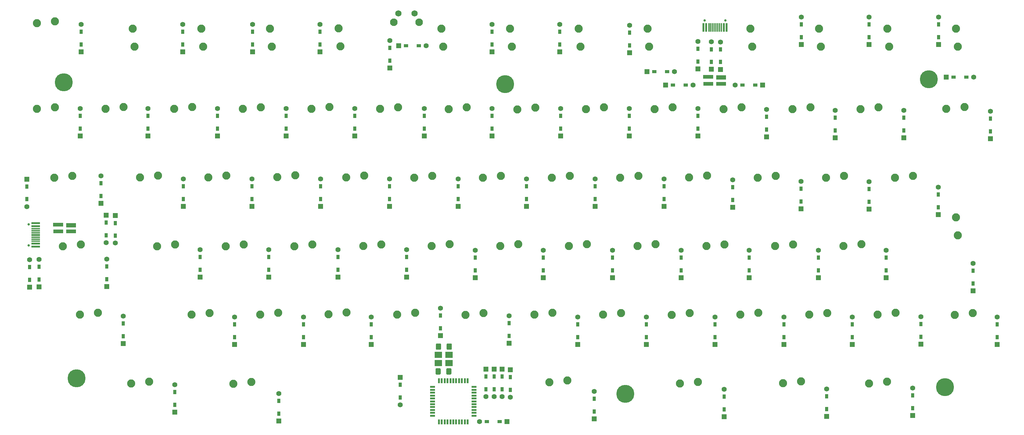
<source format=gbs>
%TF.GenerationSoftware,KiCad,Pcbnew,(5.1.6)-1*%
%TF.CreationDate,2020-07-30T22:43:25+09:00*%
%TF.ProjectId,keyboard_v2,6b657962-6f61-4726-945f-76322e6b6963,rev?*%
%TF.SameCoordinates,Original*%
%TF.FileFunction,Soldermask,Bot*%
%TF.FilePolarity,Negative*%
%FSLAX46Y46*%
G04 Gerber Fmt 4.6, Leading zero omitted, Abs format (unit mm)*
G04 Created by KiCad (PCBNEW (5.1.6)-1) date 2020-07-30 22:43:25*
%MOMM*%
%LPD*%
G01*
G04 APERTURE LIST*
%ADD10R,0.600000X2.450000*%
%ADD11R,0.300000X2.450000*%
%ADD12C,0.650000*%
%ADD13C,2.250000*%
%ADD14R,0.950000X1.300000*%
%ADD15R,1.397000X1.397000*%
%ADD16C,1.397000*%
%ADD17C,5.000000*%
%ADD18R,0.508000X1.473200*%
%ADD19R,1.473200X0.508000*%
%ADD20R,2.800000X1.200000*%
%ADD21R,2.800000X1.000000*%
%ADD22C,0.100000*%
%ADD23R,1.300000X0.950000*%
%ADD24R,2.450000X0.300000*%
%ADD25R,2.450000X0.600000*%
%ADD26C,2.100000*%
%ADD27C,1.750000*%
%ADD28R,2.100000X1.800000*%
G04 APERTURE END LIST*
D10*
%TO.C,USB2*%
X506104200Y83696400D03*
X499654200Y83696400D03*
X505329200Y83696400D03*
X500429200Y83696400D03*
D11*
X501129200Y83696400D03*
X504629200Y83696400D03*
X501629200Y83696400D03*
X504129200Y83696400D03*
X502129200Y83696400D03*
X503629200Y83696400D03*
X503129200Y83696400D03*
X502629200Y83696400D03*
D12*
X505769200Y85641400D03*
X499989200Y85641400D03*
%TD*%
D13*
%TO.C,MX55*%
X419610000Y4490000D03*
X414610000Y3990000D03*
%TD*%
%TO.C,C1*%
G36*
G01*
X425397500Y-5555000D02*
X425397500Y-4305000D01*
G75*
G02*
X425647500Y-4055000I250000J0D01*
G01*
X426572500Y-4055000D01*
G75*
G02*
X426822500Y-4305000I0J-250000D01*
G01*
X426822500Y-5555000D01*
G75*
G02*
X426572500Y-5805000I-250000J0D01*
G01*
X425647500Y-5805000D01*
G75*
G02*
X425397500Y-5555000I0J250000D01*
G01*
G37*
G36*
G01*
X428372500Y-5555000D02*
X428372500Y-4305000D01*
G75*
G02*
X428622500Y-4055000I250000J0D01*
G01*
X429547500Y-4055000D01*
G75*
G02*
X429797500Y-4305000I0J-250000D01*
G01*
X429797500Y-5555000D01*
G75*
G02*
X429547500Y-5805000I-250000J0D01*
G01*
X428622500Y-5805000D01*
G75*
G02*
X428372500Y-5555000I0J250000D01*
G01*
G37*
%TD*%
D14*
%TO.C,R1*%
X333850000Y29505000D03*
D15*
X333850000Y31540000D03*
D16*
X333850000Y23920000D03*
D14*
X333850000Y25955000D03*
%TD*%
D13*
%TO.C,MX6*%
X427390900Y78367800D03*
X426890900Y83367800D03*
%TD*%
%TO.C,MX26*%
X324442300Y42479900D03*
X319442300Y41979900D03*
%TD*%
%TO.C,F1*%
X513204800Y78380500D03*
X512704800Y83380500D03*
%TD*%
D17*
%TO.C,Ref\u002A\u002A*%
X322066920Y68455540D03*
%TD*%
D13*
%TO.C,MX52*%
X357542300Y3930700D03*
X362542300Y4430700D03*
%TD*%
%TO.C,MX5*%
X398417500Y83431300D03*
X398917500Y78431300D03*
%TD*%
D18*
%TO.C,U1*%
X426247400Y-25863000D03*
X427034800Y-25863000D03*
X427847600Y-25863000D03*
X428635000Y-25863000D03*
X429447800Y-25863000D03*
X430235200Y-25863000D03*
X431022600Y-25863000D03*
X431835400Y-25863000D03*
X432622800Y-25863000D03*
X433435600Y-25863000D03*
X434223000Y-25863000D03*
D19*
X435975600Y-24110400D03*
X435975600Y-23323000D03*
X435975600Y-22510200D03*
X435975600Y-21722800D03*
X435975600Y-20910000D03*
X435975600Y-20122600D03*
X435975600Y-19335200D03*
X435975600Y-18522400D03*
X435975600Y-17735000D03*
X435975600Y-16922200D03*
X435975600Y-16134800D03*
D18*
X434223000Y-14382200D03*
X433435600Y-14382200D03*
X432622800Y-14382200D03*
X431835400Y-14382200D03*
X431022600Y-14382200D03*
X430235200Y-14382200D03*
X429447800Y-14382200D03*
X428635000Y-14382200D03*
X427847600Y-14382200D03*
X427034800Y-14382200D03*
X426247400Y-14382200D03*
D19*
X424494800Y-16134800D03*
X424494800Y-16922200D03*
X424494800Y-17735000D03*
X424494800Y-18522400D03*
X424494800Y-19335200D03*
X424494800Y-20122600D03*
X424494800Y-20910000D03*
X424494800Y-21722800D03*
X424494800Y-22510200D03*
X424494800Y-23323000D03*
X424494800Y-24110400D03*
%TD*%
D13*
%TO.C,MX68*%
X493158000Y-15207000D03*
X498158000Y-14707000D03*
%TD*%
D20*
%TO.C,D74*%
X504572200Y69794400D03*
D21*
X504572200Y68074400D03*
X500972200Y68074400D03*
D22*
G36*
X499572200Y70474400D02*
G01*
X502372200Y70474400D01*
X502372200Y69474400D01*
X499572200Y69474400D01*
X499572200Y70474400D01*
G37*
%TD*%
D13*
%TO.C,MX56*%
X438620000Y4390000D03*
X433620000Y3890000D03*
%TD*%
%TO.C,MX27*%
X343254800Y42043400D03*
X348254800Y42543400D03*
%TD*%
%TO.C,MX67*%
X461919800Y-14301800D03*
X456919800Y-14801800D03*
%TD*%
D23*
%TO.C,R8*%
X443087300Y-25768300D03*
D15*
X445122300Y-25768300D03*
D16*
X437502300Y-25768300D03*
D23*
X439537300Y-25768300D03*
%TD*%
D14*
%TO.C,C3*%
X415508440Y-19021600D03*
D16*
X415508440Y-21056600D03*
D15*
X415508440Y-13436600D03*
D14*
X415508440Y-15471600D03*
%TD*%
D13*
%TO.C,MX54*%
X400594200Y4525400D03*
X395594200Y4025400D03*
%TD*%
%TO.C,MX50*%
X570238000Y25973000D03*
X569738000Y30973000D03*
%TD*%
%TO.C,MX32*%
X443454000Y42505300D03*
X438454000Y42005300D03*
%TD*%
%TO.C,MX59*%
X495866900Y4418000D03*
X490866900Y3918000D03*
%TD*%
%TO.C,MX41*%
X386117300Y22968000D03*
X391117300Y23468000D03*
%TD*%
D17*
%TO.C,Ref\u002A\u002A*%
X325620380Y-13693140D03*
%TD*%
%TO.C,.*%
X477949260Y-18013680D03*
%TD*%
%TO.C,Ref\u002A\u002A*%
X566686700Y-16192500D03*
%TD*%
%TO.C,-*%
X562175660Y69331840D03*
%TD*%
%TO.C,Ref\u002A\u002A*%
X444593980Y67957700D03*
%TD*%
D13*
%TO.C,MX4*%
X379854800Y78380500D03*
X379354800Y83380500D03*
%TD*%
%TO.C,MX63*%
X574416400Y4367200D03*
X569416400Y3867200D03*
%TD*%
%TO.C,MX69*%
X526777200Y-14568500D03*
X521777200Y-15068500D03*
%TD*%
%TO.C,MX17*%
X414929800Y61580700D03*
X409929800Y61080700D03*
%TD*%
%TO.C,MX66*%
X374138000Y-14727000D03*
X369138000Y-15227000D03*
%TD*%
%TO.C,MX2*%
X341729400Y78405900D03*
X341229400Y83405900D03*
%TD*%
D14*
%TO.C,R2*%
X336430000Y29405000D03*
D15*
X336430000Y31440000D03*
D16*
X336430000Y23820000D03*
D14*
X336430000Y25855000D03*
%TD*%
%TO.C,D5*%
X412582200Y78070800D03*
D16*
X412582200Y80105800D03*
D15*
X412582200Y72485800D03*
D14*
X412582200Y74520800D03*
%TD*%
D23*
%TO.C,R7*%
X510502200Y67761400D03*
D16*
X508467200Y67761400D03*
D15*
X516087200Y67761400D03*
D23*
X514052200Y67761400D03*
%TD*%
D14*
%TO.C,D45*%
X436305800Y19806200D03*
D16*
X436305800Y21841200D03*
D15*
X436305800Y14221200D03*
D14*
X436305800Y16256200D03*
%TD*%
%TO.C,D44*%
X417255800Y19927200D03*
D16*
X417255800Y21962200D03*
D15*
X417255800Y14342200D03*
D14*
X417255800Y16377200D03*
%TD*%
%TO.C,D41*%
X359978800Y19930200D03*
D16*
X359978800Y21965200D03*
D15*
X359978800Y14345200D03*
D14*
X359978800Y16380200D03*
%TD*%
%TO.C,D42*%
X379028800Y19930200D03*
D16*
X379028800Y21965200D03*
D15*
X379028800Y14345200D03*
D14*
X379028800Y16380200D03*
%TD*%
%TO.C,D40*%
X564829800Y37329200D03*
D16*
X564829800Y39364200D03*
D15*
X564829800Y31744200D03*
D14*
X564829800Y33779200D03*
%TD*%
%TO.C,D39*%
X545652800Y38853200D03*
D16*
X545652800Y40888200D03*
D15*
X545652800Y33268200D03*
D14*
X545652800Y35303200D03*
%TD*%
%TO.C,D43*%
X398205800Y19930200D03*
D16*
X398205800Y21965200D03*
D15*
X398205800Y14345200D03*
D14*
X398205800Y16380200D03*
%TD*%
%TO.C,D37*%
X507743300Y39358200D03*
D16*
X507743300Y41393200D03*
D15*
X507743300Y33773200D03*
D14*
X507743300Y35808200D03*
%TD*%
%TO.C,D27*%
X579307800Y58411200D03*
D16*
X579307800Y60446200D03*
D15*
X579307800Y52826200D03*
D14*
X579307800Y54861200D03*
%TD*%
%TO.C,D30*%
X374329800Y39615200D03*
D16*
X374329800Y41650200D03*
D15*
X374329800Y34030200D03*
D14*
X374329800Y36065200D03*
%TD*%
%TO.C,D24*%
X517204800Y58919200D03*
D16*
X517204800Y60954200D03*
D15*
X517204800Y53334200D03*
D14*
X517204800Y55369200D03*
%TD*%
%TO.C,D25*%
X536254800Y58665200D03*
D16*
X536254800Y60700200D03*
D15*
X536254800Y53080200D03*
D14*
X536254800Y55115200D03*
%TD*%
%TO.C,D23*%
X498154800Y59173200D03*
D16*
X498154800Y61208200D03*
D15*
X498154800Y53588200D03*
D14*
X498154800Y55623200D03*
%TD*%
%TO.C,D29*%
X355279800Y39615200D03*
D16*
X355279800Y41650200D03*
D15*
X355279800Y34030200D03*
D14*
X355279800Y36065200D03*
%TD*%
%TO.C,D26*%
X555304800Y58665200D03*
D16*
X555304800Y60700200D03*
D15*
X555304800Y53080200D03*
D14*
X555304800Y55115200D03*
%TD*%
%TO.C,D22*%
X479104800Y59173200D03*
D16*
X479104800Y61208200D03*
D15*
X479104800Y53588200D03*
D14*
X479104800Y55623200D03*
%TD*%
%TO.C,D21*%
X460054800Y59173200D03*
D16*
X460054800Y61208200D03*
D15*
X460054800Y53588200D03*
D14*
X460054800Y55623200D03*
%TD*%
%TO.C,D20*%
X441004800Y59173200D03*
D16*
X441004800Y61208200D03*
D15*
X441004800Y53588200D03*
D14*
X441004800Y55623200D03*
%TD*%
%TO.C,D19*%
X422208800Y59173200D03*
D16*
X422208800Y61208200D03*
D15*
X422208800Y53588200D03*
D14*
X422208800Y55623200D03*
%TD*%
%TO.C,D28*%
X332400000Y40475000D03*
D16*
X332400000Y42510000D03*
D15*
X332400000Y34890000D03*
D14*
X332400000Y36925000D03*
%TD*%
%TO.C,D18*%
X402904800Y59173200D03*
D16*
X402904800Y61208200D03*
D15*
X402904800Y53588200D03*
D14*
X402904800Y55623200D03*
%TD*%
%TO.C,D32*%
X412556800Y39615200D03*
D16*
X412556800Y41650200D03*
D15*
X412556800Y34030200D03*
D14*
X412556800Y36065200D03*
%TD*%
%TO.C,D38*%
X526729800Y38916700D03*
D16*
X526729800Y40951700D03*
D15*
X526729800Y33331700D03*
D14*
X526729800Y35366700D03*
%TD*%
%TO.C,D31*%
X393379800Y39615200D03*
D16*
X393379800Y41650200D03*
D15*
X393379800Y34030200D03*
D14*
X393379800Y36065200D03*
%TD*%
%TO.C,D33*%
X431606800Y39615200D03*
D16*
X431606800Y41650200D03*
D15*
X431606800Y34030200D03*
D14*
X431606800Y36065200D03*
%TD*%
%TO.C,D2*%
X355152800Y82541200D03*
D16*
X355152800Y84576200D03*
D15*
X355152800Y76956200D03*
D14*
X355152800Y78991200D03*
%TD*%
D23*
%TO.C,D13*%
X572599200Y69920400D03*
D16*
X574634200Y69920400D03*
D15*
X567014200Y69920400D03*
D23*
X569049200Y69920400D03*
%TD*%
D14*
%TO.C,D17*%
X383854800Y59173200D03*
D16*
X383854800Y61208200D03*
D15*
X383854800Y53588200D03*
D14*
X383854800Y55623200D03*
%TD*%
%TO.C,D8*%
X479143060Y82287920D03*
D16*
X479143060Y84322920D03*
D15*
X479143060Y76702920D03*
D14*
X479143060Y78737920D03*
%TD*%
%TO.C,D3*%
X374482200Y82541200D03*
D16*
X374482200Y84576200D03*
D15*
X374482200Y76956200D03*
D14*
X374482200Y78991200D03*
%TD*%
%TO.C,D6*%
X441004800Y82541200D03*
D16*
X441004800Y84576200D03*
D15*
X441004800Y76956200D03*
D14*
X441004800Y78991200D03*
%TD*%
%TO.C,D15*%
X345500800Y59173200D03*
D16*
X345500800Y61208200D03*
D15*
X345500800Y53588200D03*
D14*
X345500800Y55623200D03*
%TD*%
%TO.C,C7*%
X441592460Y-13262760D03*
D15*
X441592460Y-11227760D03*
D16*
X441592460Y-18847760D03*
D14*
X441592460Y-16812760D03*
%TD*%
%TO.C,C6*%
X443794640Y-13262760D03*
D15*
X443794640Y-11227760D03*
D16*
X443794640Y-18847760D03*
D14*
X443794640Y-16812760D03*
%TD*%
%TO.C,D7*%
X459800800Y82541200D03*
D16*
X459800800Y84576200D03*
D15*
X459800800Y76956200D03*
D14*
X459800800Y78991200D03*
%TD*%
%TO.C,D4*%
X393252800Y82541200D03*
D16*
X393252800Y84576200D03*
D15*
X393252800Y76956200D03*
D14*
X393252800Y78991200D03*
%TD*%
%TO.C,D1*%
X326933400Y82541200D03*
D16*
X326933400Y84576200D03*
D15*
X326933400Y76956200D03*
D14*
X326933400Y78991200D03*
%TD*%
%TO.C,D14*%
X326704800Y59173200D03*
D16*
X326704800Y61208200D03*
D15*
X326704800Y53588200D03*
D14*
X326704800Y55623200D03*
%TD*%
%TO.C,D10*%
X526856800Y84573200D03*
D16*
X526856800Y86608200D03*
D15*
X526856800Y78988200D03*
D14*
X526856800Y81023200D03*
%TD*%
%TO.C,D16*%
X364804800Y59173200D03*
D16*
X364804800Y61208200D03*
D15*
X364804800Y53588200D03*
D14*
X364804800Y55623200D03*
%TD*%
%TO.C,D12*%
X564956800Y84573200D03*
D16*
X564956800Y86608200D03*
D15*
X564956800Y78988200D03*
D14*
X564956800Y81023200D03*
%TD*%
D23*
%TO.C,D9*%
X489541200Y71444400D03*
D16*
X491576200Y71444400D03*
D15*
X483956200Y71444400D03*
D23*
X485991200Y71444400D03*
%TD*%
D14*
%TO.C,D11*%
X545652800Y84573200D03*
D16*
X545652800Y86608200D03*
D15*
X545652800Y78988200D03*
D14*
X545652800Y81023200D03*
%TD*%
%TO.C,D48*%
X493455800Y16253200D03*
D15*
X493455800Y14218200D03*
D16*
X493455800Y21838200D03*
D14*
X493455800Y19803200D03*
%TD*%
%TO.C,D53*%
X334000000Y17375000D03*
D16*
X334000000Y19410000D03*
D15*
X334000000Y11790000D03*
D14*
X334000000Y13825000D03*
%TD*%
%TO.C,D55*%
X388680800Y1258200D03*
D16*
X388680800Y3293200D03*
D15*
X388680800Y-4326800D03*
D14*
X388680800Y-2291800D03*
%TD*%
%TO.C,D56*%
X407476800Y1261200D03*
D16*
X407476800Y3296200D03*
D15*
X407476800Y-4323800D03*
D14*
X407476800Y-2288800D03*
%TD*%
%TO.C,D57*%
X426700000Y125000D03*
D15*
X426700000Y-1910000D03*
D16*
X426700000Y5710000D03*
D14*
X426700000Y3675000D03*
%TD*%
%TO.C,D49*%
X512378800Y19803200D03*
D16*
X512378800Y21838200D03*
D15*
X512378800Y14218200D03*
D14*
X512378800Y16253200D03*
%TD*%
%TO.C,D58*%
X445754600Y-1933200D03*
D15*
X445754600Y-3968200D03*
D16*
X445754600Y3651800D03*
D14*
X445754600Y1616800D03*
%TD*%
%TO.C,D46*%
X455228800Y19800200D03*
D16*
X455228800Y21835200D03*
D15*
X455228800Y14215200D03*
D14*
X455228800Y16250200D03*
%TD*%
%TO.C,D47*%
X474405800Y16250200D03*
D15*
X474405800Y14215200D03*
D16*
X474405800Y21835200D03*
D14*
X474405800Y19800200D03*
%TD*%
%TO.C,C4*%
X446060000Y-13385000D03*
D15*
X446060000Y-11350000D03*
D16*
X446060000Y-18970000D03*
D14*
X446060000Y-16935000D03*
%TD*%
%TO.C,D51*%
X550351800Y16253200D03*
D15*
X550351800Y14218200D03*
D16*
X550351800Y21838200D03*
D14*
X550351800Y19803200D03*
%TD*%
%TO.C,C5*%
X439244740Y-13208460D03*
D15*
X439244740Y-11173460D03*
D16*
X439244740Y-18793460D03*
D14*
X439244740Y-16758460D03*
%TD*%
%TO.C,D50*%
X531555800Y16250200D03*
D15*
X531555800Y14215200D03*
D16*
X531555800Y21835200D03*
D14*
X531555800Y19800200D03*
%TD*%
%TO.C,D54*%
X369503800Y1261200D03*
D16*
X369503800Y3296200D03*
D15*
X369503800Y-4323800D03*
D14*
X369503800Y-2288800D03*
%TD*%
%TO.C,D52*%
X574481800Y16120200D03*
D16*
X574481800Y18155200D03*
D15*
X574481800Y10535200D03*
D14*
X574481800Y12570200D03*
%TD*%
%TO.C,R4*%
X315250000Y17225000D03*
D16*
X315250000Y19260000D03*
D15*
X315250000Y11640000D03*
D14*
X315250000Y13675000D03*
%TD*%
D12*
%TO.C,USB1*%
X312406200Y23215400D03*
X312406200Y28995400D03*
D24*
X314351200Y25855400D03*
X314351200Y26355400D03*
X314351200Y26855400D03*
X314351200Y25355400D03*
X314351200Y27355400D03*
X314351200Y24855400D03*
X314351200Y27855400D03*
X314351200Y24355400D03*
D25*
X314351200Y23655400D03*
X314351200Y28555400D03*
X314351200Y22880400D03*
X314351200Y29330400D03*
%TD*%
D22*
%TO.C,D73*%
G36*
X319158000Y29463000D02*
G01*
X321958000Y29463000D01*
X321958000Y28463000D01*
X319158000Y28463000D01*
X319158000Y29463000D01*
G37*
D21*
X320558000Y27063000D03*
X324158000Y27063000D03*
D20*
X324158000Y28783000D03*
%TD*%
D14*
%TO.C,D66*%
X338642800Y-2034800D03*
D15*
X338642800Y-4069800D03*
D16*
X338642800Y3550200D03*
D14*
X338642800Y1515200D03*
%TD*%
%TO.C,D67*%
X352943000Y-21110200D03*
D15*
X352943000Y-23145200D03*
D16*
X352943000Y-15525200D03*
D14*
X352943000Y-17560200D03*
%TD*%
%TO.C,D35*%
X469579800Y39615200D03*
D16*
X469579800Y41650200D03*
D15*
X469579800Y34030200D03*
D14*
X469579800Y36065200D03*
%TD*%
%TO.C,F4*%
X498100000Y74225000D03*
D15*
X498100000Y72190000D03*
D16*
X498100000Y79810000D03*
D14*
X498100000Y77775000D03*
%TD*%
%TO.C,D63*%
X540953800Y1261200D03*
D16*
X540953800Y3296200D03*
D15*
X540953800Y-4323800D03*
D14*
X540953800Y-2288800D03*
%TD*%
D23*
%TO.C,R3*%
X417114200Y78667400D03*
D15*
X415079200Y78667400D03*
D16*
X422699200Y78667400D03*
D23*
X420664200Y78667400D03*
%TD*%
D14*
%TO.C,D36*%
X488756800Y39615200D03*
X488756800Y36065200D03*
D15*
X488756800Y34030200D03*
D16*
X488756800Y41650200D03*
%TD*%
D14*
%TO.C,D34*%
X450529800Y36065200D03*
D15*
X450529800Y34030200D03*
D16*
X450529800Y41650200D03*
D14*
X450529800Y39615200D03*
%TD*%
%TO.C,D68*%
X381798000Y-23587000D03*
D15*
X381798000Y-25622000D03*
D16*
X381798000Y-18002000D03*
D14*
X381798000Y-20037000D03*
%TD*%
%TO.C,R5*%
X311871200Y39564400D03*
D15*
X311871200Y41599400D03*
D16*
X311871200Y33979400D03*
D14*
X311871200Y36014400D03*
%TD*%
%TO.C,R9*%
X501863200Y77667400D03*
D16*
X501863200Y79702400D03*
D15*
X501863200Y72082400D03*
D14*
X501863200Y74117400D03*
%TD*%
%TO.C,R10*%
X504403200Y74114400D03*
D15*
X504403200Y72079400D03*
D16*
X504403200Y79699400D03*
D14*
X504403200Y77664400D03*
%TD*%
%TO.C,D62*%
X522030800Y-2288800D03*
D15*
X522030800Y-4323800D03*
D16*
X522030800Y3296200D03*
D14*
X522030800Y1261200D03*
%TD*%
%TO.C,D72*%
X557692400Y-18500000D03*
D16*
X557692400Y-16465000D03*
D15*
X557692400Y-24085000D03*
D14*
X557692400Y-22050000D03*
%TD*%
%TO.C,D61*%
X502853800Y1261200D03*
D16*
X502853800Y3296200D03*
D15*
X502853800Y-4323800D03*
D14*
X502853800Y-2288800D03*
%TD*%
%TO.C,D59*%
X464753800Y-2288800D03*
D15*
X464753800Y-4323800D03*
D16*
X464753800Y3296200D03*
D14*
X464753800Y1261200D03*
%TD*%
%TO.C,F3*%
X312580000Y17175000D03*
D16*
X312580000Y19210000D03*
D15*
X312580000Y11590000D03*
D14*
X312580000Y13625000D03*
%TD*%
%TO.C,D60*%
X483803800Y1261200D03*
D16*
X483803800Y3296200D03*
D15*
X483803800Y-4323800D03*
D14*
X483803800Y-2288800D03*
%TD*%
%TO.C,D64*%
X560003800Y1334400D03*
D16*
X560003800Y3369400D03*
D15*
X560003800Y-4250600D03*
D14*
X560003800Y-2215600D03*
%TD*%
%TO.C,D65*%
X581146000Y-2319600D03*
D15*
X581146000Y-4354600D03*
D16*
X581146000Y3265400D03*
D14*
X581146000Y1230400D03*
%TD*%
D23*
%TO.C,R6*%
X491198200Y67761400D03*
D15*
X489163200Y67761400D03*
D16*
X496783200Y67761400D03*
D23*
X494748200Y67761400D03*
%TD*%
D14*
%TO.C,D69*%
X469323420Y-22930660D03*
D15*
X469323420Y-24965660D03*
D16*
X469323420Y-17345660D03*
D14*
X469323420Y-19380660D03*
%TD*%
%TO.C,D70*%
X505378000Y-22362000D03*
D15*
X505378000Y-24397000D03*
D16*
X505378000Y-16777000D03*
D14*
X505378000Y-18812000D03*
%TD*%
%TO.C,D71*%
X533838000Y-18762000D03*
D16*
X533838000Y-16727000D03*
D15*
X533838000Y-24347000D03*
D14*
X533838000Y-22312000D03*
%TD*%
D26*
%TO.C,SW1*%
X413731000Y85134200D03*
D27*
X414991000Y87624200D03*
X419491000Y87624200D03*
D26*
X420741000Y85134200D03*
%TD*%
D13*
%TO.C,MX1*%
X314667100Y84893200D03*
X319667100Y85393200D03*
%TD*%
%TO.C,MX3*%
X360304800Y83367800D03*
X360804800Y78367800D03*
%TD*%
%TO.C,MX7*%
X445979160Y83401540D03*
X446479160Y78401540D03*
%TD*%
%TO.C,MX8*%
X465554400Y78380500D03*
X465054400Y83380500D03*
%TD*%
%TO.C,MX9*%
X484617100Y78380500D03*
X484117100Y83380500D03*
%TD*%
%TO.C,MX10*%
X550728600Y83380500D03*
X551228600Y78380500D03*
%TD*%
%TO.C,MX11*%
X569791300Y83393200D03*
X570291300Y78393200D03*
%TD*%
%TO.C,MX12*%
X314654400Y61080700D03*
X319654400Y61580700D03*
%TD*%
%TO.C,MX13*%
X338679000Y61593400D03*
X333679000Y61093400D03*
%TD*%
%TO.C,MX14*%
X352716300Y61093400D03*
X357716300Y61593400D03*
%TD*%
%TO.C,MX15*%
X376779000Y61580700D03*
X371779000Y61080700D03*
%TD*%
%TO.C,MX16*%
X390854400Y61093400D03*
X395854400Y61593400D03*
%TD*%
%TO.C,MX18*%
X428941700Y61068000D03*
X433941700Y61568000D03*
%TD*%
%TO.C,MX19*%
X452966300Y61479100D03*
X447966300Y60979100D03*
%TD*%
%TO.C,MX20*%
X467054400Y61017200D03*
X472054400Y61517200D03*
%TD*%
%TO.C,MX21*%
X486129800Y61017200D03*
X491129800Y61517200D03*
%TD*%
%TO.C,MX22*%
X505192500Y61055300D03*
X510192500Y61555300D03*
%TD*%
%TO.C,MX23*%
X529356800Y61517200D03*
X524356800Y61017200D03*
%TD*%
%TO.C,MX24*%
X548279800Y61517200D03*
X543279800Y61017200D03*
%TD*%
%TO.C,MX25*%
X567079600Y61106100D03*
X572079600Y61606100D03*
%TD*%
%TO.C,MX28*%
X367241300Y42581500D03*
X362241300Y42081500D03*
%TD*%
%TO.C,MX31*%
X419416700Y42018000D03*
X424416700Y42518000D03*
%TD*%
%TO.C,MX35*%
X495654800Y42094200D03*
X500654800Y42594200D03*
%TD*%
%TO.C,MX36*%
X519704800Y42492600D03*
X514704800Y41992600D03*
%TD*%
%TO.C,MX37*%
X533716700Y41979900D03*
X538716700Y42479900D03*
%TD*%
%TO.C,MX38*%
X557779400Y42518000D03*
X552779400Y42018000D03*
%TD*%
%TO.C,MX39*%
X347979200Y22968000D03*
X352979200Y23468000D03*
%TD*%
%TO.C,MX40*%
X372054600Y23468000D03*
X367054600Y22968000D03*
%TD*%
%TO.C,MX42*%
X410230800Y23480700D03*
X405230800Y22980700D03*
%TD*%
%TO.C,MX43*%
X424217300Y23006100D03*
X429217300Y23506100D03*
%TD*%
%TO.C,MX44*%
X443254600Y23006100D03*
X448254600Y23506100D03*
%TD*%
%TO.C,MX45*%
X467304600Y23493400D03*
X462304600Y22993400D03*
%TD*%
%TO.C,MX46*%
X481380000Y22993400D03*
X486380000Y23493400D03*
%TD*%
%TO.C,MX47*%
X505455400Y23480700D03*
X500455400Y22980700D03*
%TD*%
%TO.C,MX48*%
X519530800Y22980700D03*
X524530800Y23480700D03*
%TD*%
%TO.C,MX49*%
X543491900Y23493400D03*
X538491900Y22993400D03*
%TD*%
%TO.C,MX51*%
X326829900Y23455300D03*
X321829900Y22955300D03*
%TD*%
%TO.C,MX53*%
X381617200Y4439400D03*
X376617200Y3939400D03*
%TD*%
%TO.C,MX57*%
X457707200Y4439400D03*
X452707200Y3939400D03*
%TD*%
%TO.C,MX58*%
X471778800Y3930700D03*
X476778800Y4430700D03*
%TD*%
%TO.C,MX60*%
X509916900Y3968800D03*
X514916900Y4468800D03*
%TD*%
%TO.C,MX61*%
X533992300Y4430700D03*
X528992300Y3930700D03*
%TD*%
%TO.C,MX62*%
X547966100Y3943400D03*
X552966100Y4443400D03*
%TD*%
%TO.C,MX64*%
X331567000Y4456100D03*
X326567000Y3956100D03*
%TD*%
%TO.C,MX65*%
X345829100Y-14632000D03*
X340829100Y-15132000D03*
%TD*%
%TO.C,MX70*%
X545591200Y-15132000D03*
X550591200Y-14632000D03*
%TD*%
%TO.C,MX29*%
X381403220Y42135560D03*
X386403220Y42635560D03*
%TD*%
%TO.C,MX30*%
X405519260Y42564440D03*
X400519260Y42064440D03*
%TD*%
%TO.C,MX33*%
X457567660Y42013640D03*
X462567660Y42513640D03*
%TD*%
%TO.C,MX34*%
X481571940Y42521260D03*
X476571940Y42021260D03*
%TD*%
D28*
%TO.C,Y1*%
X426100000Y-7210000D03*
X429000000Y-7210000D03*
X429000000Y-9510000D03*
X426100000Y-9510000D03*
%TD*%
D13*
%TO.C,F2*%
X531750000Y83390000D03*
X532250000Y78390000D03*
%TD*%
%TO.C,C2*%
G36*
G01*
X429690000Y-11185000D02*
X429690000Y-12435000D01*
G75*
G02*
X429440000Y-12685000I-250000J0D01*
G01*
X428515000Y-12685000D01*
G75*
G02*
X428265000Y-12435000I0J250000D01*
G01*
X428265000Y-11185000D01*
G75*
G02*
X428515000Y-10935000I250000J0D01*
G01*
X429440000Y-10935000D01*
G75*
G02*
X429690000Y-11185000I0J-250000D01*
G01*
G37*
G36*
G01*
X426715000Y-11185000D02*
X426715000Y-12435000D01*
G75*
G02*
X426465000Y-12685000I-250000J0D01*
G01*
X425540000Y-12685000D01*
G75*
G02*
X425290000Y-12435000I0J250000D01*
G01*
X425290000Y-11185000D01*
G75*
G02*
X425540000Y-10935000I250000J0D01*
G01*
X426465000Y-10935000D01*
G75*
G02*
X426715000Y-11185000I0J-250000D01*
G01*
G37*
%TD*%
M02*

</source>
